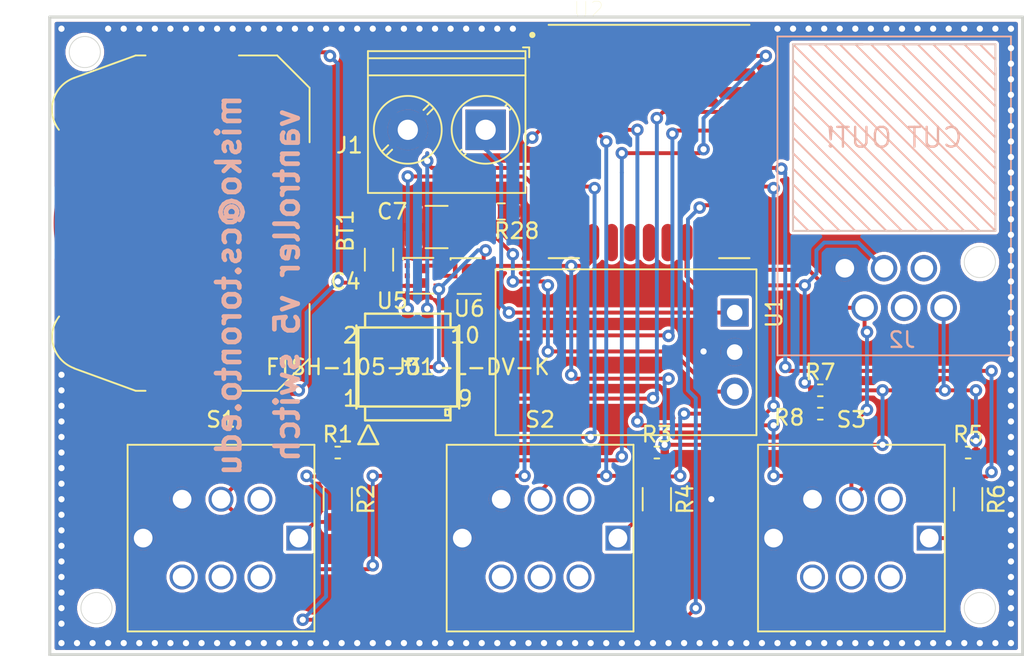
<source format=kicad_pcb>
(kicad_pcb (version 20171130) (host pcbnew "(5.1.9-0-10_14)")
  (layers (0 F.Cu signal) (31 B.Cu signal) (34 B.Paste user) (35 F.Paste user) (36 B.SilkS user) (37 F.SilkS user) (38 B.Mask user) (39 F.Mask user) (44 Edge.Cuts user))
  (net 0 "")
  (net 1 "Net-(BT1-Pad1)")
  (net 2 GND)
  (net 3 +12V)
  (net 4 +3V3)
  (net 5 "Net-(J2-Pad4)")
  (net 6 /SDA)
  (net 7 "Net-(J2-Pad5)")
  (net 8 /SCL)
  (net 9 /RESETN)
  (net 10 "Net-(J3-Pad4)")
  (net 11 "Net-(J3-Pad5)")
  (net 12 /SWO)
  (net 13 /SWDIO)
  (net 14 /SWCLK)
  (net 15 /PTI_FRAME)
  (net 16 /PTI_DATA)
  (net 17 /BUTTON1)
  (net 18 "Net-(R2-Pad2)")
  (net 19 /BUTTON1_LED)
  (net 20 /BUTTON2)
  (net 21 "Net-(R4-Pad2)")
  (net 22 /BUTTON2_LED)
  (net 23 /BUTTON3)
  (net 24 "Net-(R6-Pad2)")
  (net 25 /BUTTON3_LED)
  (net 26 "Net-(S1-Pad1)")
  (net 27 "Net-(S1-Pad4)")
  (net 28 "Net-(S1-Pad5)")
  (net 29 "Net-(S1-Pad6)")
  (net 30 "Net-(S2-Pad1)")
  (net 31 "Net-(S2-Pad4)")
  (net 32 "Net-(S2-Pad5)")
  (net 33 "Net-(S2-Pad6)")
  (net 34 "Net-(S3-Pad1)")
  (net 35 "Net-(S3-Pad4)")
  (net 36 "Net-(S3-Pad5)")
  (net 37 "Net-(S3-Pad6)")
  (net 38 "Net-(U2-Pad2)")
  (net 39 "Net-(U2-Pad3)")
  (net 40 "Net-(U2-Pad7)")
  (net 41 "Net-(U2-Pad11)")
  (net 42 "Net-(U2-Pad14)")
  (net 43 "Net-(U2-Pad15)")
  (net 44 "Net-(U2-Pad16)")
  (net 45 "Net-(U2-Pad17)")
  (net 46 "Net-(U2-Pad21)")
  (net 47 "Net-(U2-Pad25)")
  (net 48 "Net-(U2-Pad28)")
  (net 49 "Net-(U2-Pad29)")
  (net 50 "Net-(U5-Pad6)")
  (net 51 "Net-(U5-Pad2)")
  (net 52 "Net-(U5-Pad1)")
  (net 53 "Net-(U6-Pad3)")
  (net 54 "Net-(U6-Pad4)")
  (net 55 "Net-(U6-Pad5)")
  (net 56 OKI3.3)
  (module RF_Module:XCVR_BGM220PC22WGA2 (layer F.Cu) (at 58 107)
    (fp_text reference U2 (at -3.875 -8.485) (layer F.SilkS) (effects (font (thickness 0.015))))
    (fp_text value BGM220PC22WGA2)
    (pad 1 smd oval (at -5.65 -6.7) (size 2.4 0.8) (layers F.Cu F.Paste F.Mask) (net 2 GND))
    (pad 2 smd oval (at -5.65 -5.5) (size 2.4 0.8) (layers F.Cu F.Paste F.Mask) (net 38 "Net-(U2-Pad2)"))
    (pad 3 smd oval (at -5.65 -4.3) (size 2.4 0.8) (layers F.Cu F.Paste F.Mask) (net 39 "Net-(U2-Pad3)"))
    (pad 4 smd oval (at -5.65 -3.1) (size 2.4 0.8) (layers F.Cu F.Paste F.Mask) (net 23 /BUTTON3))
    (pad 5 smd oval (at -5.65 -1.9) (size 2.4 0.8) (layers F.Cu F.Paste F.Mask) (net 20 /BUTTON2))
    (pad 6 smd oval (at -5.65 -0.7) (size 2.4 0.8) (layers F.Cu F.Paste F.Mask) (net 17 /BUTTON1))
    (pad 7 smd oval (at -5.65 0.5) (size 2.4 0.8) (layers F.Cu F.Paste F.Mask) (net 40 "Net-(U2-Pad7)"))
    (pad 8 smd oval (at -5.65 1.7) (size 2.4 0.8) (layers F.Cu F.Paste F.Mask) (net 14 /SWCLK))
    (pad 9 smd oval (at -5.65 2.9) (size 2.4 0.8) (layers F.Cu F.Paste F.Mask) (net 13 /SWDIO))
    (pad 10 smd oval (at -5.65 4.1) (size 2.4 0.8) (layers F.Cu F.Paste F.Mask) (net 12 /SWO))
    (pad 11 smd oval (at -5.65 5.3) (size 2.4 0.8) (layers F.Cu F.Paste F.Mask) (net 41 "Net-(U2-Pad11)"))
    (pad 12 smd oval (at -5.65 6.5) (size 2.4 0.8) (layers F.Cu F.Paste F.Mask) (net 2 GND))
    (pad 13 smd oval (at -3.6 6.5) (size 0.8 2.4) (layers F.Cu F.Paste F.Mask) (net 4 +3V3))
    (pad 14 smd oval (at -2.4 6.5) (size 0.8 2.4) (layers F.Cu F.Paste F.Mask) (net 42 "Net-(U2-Pad14)"))
    (pad 15 smd oval (at -1.2 6.5) (size 0.8 2.4) (layers F.Cu F.Paste F.Mask) (net 43 "Net-(U2-Pad15)"))
    (pad 16 smd oval (at 0 6.5) (size 0.8 2.4) (layers F.Cu F.Paste F.Mask) (net 44 "Net-(U2-Pad16)"))
    (pad 17 smd oval (at 1.2 6.5) (size 0.8 2.4) (layers F.Cu F.Paste F.Mask) (net 45 "Net-(U2-Pad17)"))
    (pad 18 smd oval (at 2.4 6.5) (size 0.8 2.4) (layers F.Cu F.Paste F.Mask) (net 8 /SCL))
    (pad 19 smd oval (at 3.6 6.5) (size 0.8 2.4) (layers F.Cu F.Paste F.Mask) (net 6 /SDA))
    (pad 20 smd oval (at 5.65 6.4) (size 2.4 0.8) (layers F.Cu F.Paste F.Mask) (net 2 GND))
    (pad 21 smd oval (at 5.65 5.3) (size 2.4 0.8) (layers F.Cu F.Paste F.Mask) (net 46 "Net-(U2-Pad21)"))
    (pad 22 smd oval (at 5.65 4.1) (size 2.4 0.8) (layers F.Cu F.Paste F.Mask) (net 19 /BUTTON1_LED))
    (pad 23 smd oval (at 5.65 2.9) (size 2.4 0.8) (layers F.Cu F.Paste F.Mask) (net 22 /BUTTON2_LED))
    (pad 24 smd oval (at 5.65 1.7) (size 2.4 0.8) (layers F.Cu F.Paste F.Mask) (net 25 /BUTTON3_LED))
    (pad 25 smd oval (at 5.65 0.5) (size 2.4 0.8) (layers F.Cu F.Paste F.Mask) (net 47 "Net-(U2-Pad25)"))
    (pad 26 smd oval (at 5.65 -0.7) (size 2.4 0.8) (layers F.Cu F.Paste F.Mask) (net 16 /PTI_DATA))
    (pad 27 smd oval (at 5.65 -1.9) (size 2.4 0.8) (layers F.Cu F.Paste F.Mask) (net 15 /PTI_FRAME))
    (pad 28 smd oval (at 5.65 -3.1) (size 2.4 0.8) (layers F.Cu F.Paste F.Mask) (net 48 "Net-(U2-Pad28)"))
    (pad 29 smd oval (at 5.65 -4.3) (size 2.4 0.8) (layers F.Cu F.Paste F.Mask) (net 49 "Net-(U2-Pad29)"))
    (pad 30 smd oval (at 5.65 -5.5) (size 2.4 0.8) (layers F.Cu F.Paste F.Mask) (net 9 /RESETN))
    (pad 31 smd oval (at 5.65 -6.7) (size 2.4 0.8) (layers F.Cu F.Paste F.Mask) (net 2 GND))
  )
  (module Package_TO_SOT_SMD:Vishay_PowerPAK_SC70-6L_Dual (layer F.Cu) (at 46.45 115.65)
    (fp_text reference U6 (at 0 2.1) (layer F.SilkS))
    (fp_text value SI527DJ)
    (pad 6 smd rect (at 0 -0.4665) (size 0.95 0.613) (layers F.Cu F.Paste F.Mask) (net 4 +3V3))
    (pad 3 smd rect (at 0 0.4665) (size 0.95 0.613) (layers F.Cu F.Paste F.Mask) (net 53 "Net-(U6-Pad3)"))
    (pad 6 smd rect (at 0.925 -0.65) (size 0.325 0.3) (layers F.Cu F.Paste F.Mask) (net 4 +3V3))
    (pad 4 smd rect (at 0.925 0.65) (size 0.325 0.3) (layers F.Cu F.Paste F.Mask) (net 54 "Net-(U6-Pad4)"))
    (pad 5 smd rect (at 0.925 0) (size 0.325 0.3) (layers F.Cu F.Paste F.Mask) (net 55 "Net-(U6-Pad5)"))
    (pad 3 smd rect (at -0.925 0.65) (size 0.325 0.3) (layers F.Cu F.Paste F.Mask) (net 53 "Net-(U6-Pad3)"))
    (pad 2 smd rect (at -0.925 0) (size 0.325 0.3) (layers F.Cu F.Paste F.Mask) (net 56 OKI3.3))
    (pad 1 smd rect (at -0.925 -0.65) (size 0.325 0.3) (layers F.Cu F.Paste F.Mask) (net 56 OKI3.3))
  )
  (module Package_TO_SOT_SMD:Vishay_PowerPAK_SC70-6L_Dual (layer F.Cu) (at 43.395001 115.635001)
    (fp_text reference U5 (at -1.895001 1.614999) (layer F.SilkS))
    (fp_text value SI527DJ)
    (pad 6 smd rect (at 0 -0.4665) (size 0.95 0.613) (layers F.Cu F.Paste F.Mask) (net 50 "Net-(U5-Pad6)"))
    (pad 3 smd rect (at 0 0.4665) (size 0.95 0.613) (layers F.Cu F.Paste F.Mask) (net 1 "Net-(BT1-Pad1)"))
    (pad 6 smd rect (at 0.925 -0.65) (size 0.325 0.3) (layers F.Cu F.Paste F.Mask) (net 50 "Net-(U5-Pad6)"))
    (pad 4 smd rect (at 0.925 0.65) (size 0.325 0.3) (layers F.Cu F.Paste F.Mask) (net 4 +3V3))
    (pad 5 smd rect (at 0.925 0) (size 0.325 0.3) (layers F.Cu F.Paste F.Mask) (net 56 OKI3.3))
    (pad 3 smd rect (at -0.925 0.65) (size 0.325 0.3) (layers F.Cu F.Paste F.Mask) (net 1 "Net-(BT1-Pad1)"))
    (pad 2 smd rect (at -0.925 0) (size 0.325 0.3) (layers F.Cu F.Paste F.Mask) (net 51 "Net-(U5-Pad2)"))
    (pad 1 smd rect (at -0.925 -0.65) (size 0.325 0.3) (layers F.Cu F.Paste F.Mask) (net 52 "Net-(U5-Pad1)"))
  )
  (module Converter_DCDC:Converter_DCDC_muRata_OKI-78SR_Horizontal (layer F.Cu) (at 63.5 118 270)
    (fp_text reference U1 (at 0 -2.54 90) (layer F.SilkS))
    (fp_text value OKI-78SR-3.3_1.5-W36H-C)
    (pad 3 thru_hole circle (at 5.08 0 90) (size 1.8 1.8) (drill 1) (layers *.Cu *.Mask) (net 56 OKI3.3))
    (pad 2 thru_hole circle (at 2.54 0 90) (size 1.8 1.8) (drill 1) (layers *.Cu *.Mask) (net 2 GND))
    (pad 1 thru_hole rect (at 0 0 90) (size 1.8 1.8) (drill 1) (layers *.Cu *.Mask) (net 3 +12V))
  )
  (module 282836-2:LP4-eswitch (layer F.Cu) (at 71 132.5)
    (fp_text reference S3 (at 0 -7.62) (layer F.SilkS))
    (fp_text value LP4-eswitch-Switch)
    (pad 1 thru_hole circle (at 2.5 -2.5) (size 1.6 1.6) (drill 1.2) (layers *.Cu *.Mask) (net 34 "Net-(S3-Pad1)"))
    (pad 2 thru_hole circle (at 0 -2.5) (size 1.6 1.6) (drill 1.2) (layers *.Cu *.Mask) (net 23 /BUTTON3))
    (pad 3 thru_hole circle (at -2.5 -2.5) (size 1.6 1.6) (drill 1.2) (layers *.Cu *.Mask) (net 2 GND))
    (pad 4 thru_hole circle (at 2.5 2.5) (size 1.6 1.6) (drill 1.2) (layers *.Cu *.Mask) (net 35 "Net-(S3-Pad4)"))
    (pad 5 thru_hole circle (at 0 2.5) (size 1.6 1.6) (drill 1.2) (layers *.Cu *.Mask) (net 36 "Net-(S3-Pad5)"))
    (pad 6 thru_hole circle (at -2.5 2.5) (size 1.6 1.6) (drill 1.2) (layers *.Cu *.Mask) (net 37 "Net-(S3-Pad6)"))
    (pad L1 thru_hole rect (at 5 0) (size 1.6 1.6) (drill 1.2) (layers *.Cu *.Mask) (net 24 "Net-(R6-Pad2)"))
    (pad L2 thru_hole circle (at -5 0) (size 1.6 1.6) (drill 1.2) (layers *.Cu *.Mask) (net 2 GND))
  )
  (module 282836-2:LP4-eswitch (layer F.Cu) (at 51 132.5)
    (fp_text reference S2 (at 0 -7.62) (layer F.SilkS))
    (fp_text value LP4-eswitch-Switch)
    (pad 1 thru_hole circle (at 2.5 -2.5) (size 1.6 1.6) (drill 1.2) (layers *.Cu *.Mask) (net 30 "Net-(S2-Pad1)"))
    (pad 2 thru_hole circle (at 0 -2.5) (size 1.6 1.6) (drill 1.2) (layers *.Cu *.Mask) (net 20 /BUTTON2))
    (pad 3 thru_hole circle (at -2.5 -2.5) (size 1.6 1.6) (drill 1.2) (layers *.Cu *.Mask) (net 2 GND))
    (pad 4 thru_hole circle (at 2.5 2.5) (size 1.6 1.6) (drill 1.2) (layers *.Cu *.Mask) (net 31 "Net-(S2-Pad4)"))
    (pad 5 thru_hole circle (at 0 2.5) (size 1.6 1.6) (drill 1.2) (layers *.Cu *.Mask) (net 32 "Net-(S2-Pad5)"))
    (pad 6 thru_hole circle (at -2.5 2.5) (size 1.6 1.6) (drill 1.2) (layers *.Cu *.Mask) (net 33 "Net-(S2-Pad6)"))
    (pad L1 thru_hole rect (at 5 0) (size 1.6 1.6) (drill 1.2) (layers *.Cu *.Mask) (net 21 "Net-(R4-Pad2)"))
    (pad L2 thru_hole circle (at -5 0) (size 1.6 1.6) (drill 1.2) (layers *.Cu *.Mask) (net 2 GND))
  )
  (module 282836-2:LP4-eswitch (layer F.Cu) (at 30.5 132.5)
    (fp_text reference S1 (at 0 -7.62) (layer F.SilkS))
    (fp_text value LP4-eswitch-Switch)
    (pad 1 thru_hole circle (at 2.5 -2.5) (size 1.6 1.6) (drill 1.2) (layers *.Cu *.Mask) (net 26 "Net-(S1-Pad1)"))
    (pad 2 thru_hole circle (at 0 -2.5) (size 1.6 1.6) (drill 1.2) (layers *.Cu *.Mask) (net 17 /BUTTON1))
    (pad 3 thru_hole circle (at -2.5 -2.5) (size 1.6 1.6) (drill 1.2) (layers *.Cu *.Mask) (net 2 GND))
    (pad 4 thru_hole circle (at 2.5 2.5) (size 1.6 1.6) (drill 1.2) (layers *.Cu *.Mask) (net 27 "Net-(S1-Pad4)"))
    (pad 5 thru_hole circle (at 0 2.5) (size 1.6 1.6) (drill 1.2) (layers *.Cu *.Mask) (net 28 "Net-(S1-Pad5)"))
    (pad 6 thru_hole circle (at -2.5 2.5) (size 1.6 1.6) (drill 1.2) (layers *.Cu *.Mask) (net 29 "Net-(S1-Pad6)"))
    (pad L1 thru_hole rect (at 5 0) (size 1.6 1.6) (drill 1.2) (layers *.Cu *.Mask) (net 18 "Net-(R2-Pad2)"))
    (pad L2 thru_hole circle (at -5 0) (size 1.6 1.6) (drill 1.2) (layers *.Cu *.Mask) (net 2 GND))
  )
  (module Resistor_SMD:R_0603_1608Metric (layer F.Cu) (at 48.5 111.5 180)
    (fp_text reference R28 (at -1 -1.25 180) (layer F.SilkS))
    (fp_text value 470k)
    (pad 2 smd roundrect (at 0.825 0 180) (size 0.8 0.95) (layers F.Cu F.Paste F.Mask) (net 56 OKI3.3))
    (pad 1 smd roundrect (at -0.825 0 180) (size 0.8 0.95) (layers F.Cu F.Paste F.Mask) (net 2 GND))
  )
  (module Resistor_SMD:R_0402_1005Metric (layer F.Cu) (at 69 124.5)
    (fp_text reference R8 (at -2 0.25) (layer F.SilkS))
    (fp_text value 10kohm)
    (pad 2 smd roundrect (at 0.51 0) (size 0.54 0.64) (layers F.Cu F.Paste F.Mask) (net 4 +3V3))
    (pad 1 smd roundrect (at -0.51 0) (size 0.54 0.64) (layers F.Cu F.Paste F.Mask) (net 6 /SDA))
  )
  (module Resistor_SMD:R_0402_1005Metric (layer F.Cu) (at 69 123)
    (fp_text reference R7 (at 0 -1.17) (layer F.SilkS))
    (fp_text value 10kohm)
    (pad 2 smd roundrect (at 0.51 0) (size 0.54 0.64) (layers F.Cu F.Paste F.Mask) (net 4 +3V3))
    (pad 1 smd roundrect (at -0.51 0) (size 0.54 0.64) (layers F.Cu F.Paste F.Mask) (net 8 /SCL))
  )
  (module Resistor_SMD:R_1206_3216Metric (layer F.Cu) (at 78.5 130 270)
    (fp_text reference R6 (at 0 -1.82 270) (layer F.SilkS))
    (fp_text value 750ohm)
    (pad 2 smd roundrect (at 1.4625 0 270) (size 1.125 1.75) (layers F.Cu F.Paste F.Mask) (roundrect_rratio 0.2222213333333333) (net 24 "Net-(R6-Pad2)"))
    (pad 1 smd roundrect (at -1.4625 0 270) (size 1.125 1.75) (layers F.Cu F.Paste F.Mask) (roundrect_rratio 0.2222213333333333) (net 25 /BUTTON3_LED))
  )
  (module Resistor_SMD:R_0402_1005Metric (layer F.Cu) (at 78.5 127)
    (fp_text reference R5 (at 0 -1.17) (layer F.SilkS))
    (fp_text value 10kohm)
    (pad 2 smd roundrect (at 0.51 0) (size 0.54 0.64) (layers F.Cu F.Paste F.Mask) (net 4 +3V3))
    (pad 1 smd roundrect (at -0.51 0) (size 0.54 0.64) (layers F.Cu F.Paste F.Mask) (net 23 /BUTTON3))
  )
  (module Resistor_SMD:R_1206_3216Metric (layer F.Cu) (at 58.5 130 270)
    (fp_text reference R4 (at 0 -1.82 270) (layer F.SilkS))
    (fp_text value 750ohm)
    (pad 2 smd roundrect (at 1.4625 0 270) (size 1.125 1.75) (layers F.Cu F.Paste F.Mask) (roundrect_rratio 0.2222213333333333) (net 21 "Net-(R4-Pad2)"))
    (pad 1 smd roundrect (at -1.4625 0 270) (size 1.125 1.75) (layers F.Cu F.Paste F.Mask) (roundrect_rratio 0.2222213333333333) (net 22 /BUTTON2_LED))
  )
  (module Resistor_SMD:R_0402_1005Metric (layer F.Cu) (at 58.5 127)
    (fp_text reference R3 (at 0 -1.17) (layer F.SilkS))
    (fp_text value 10kohm)
    (pad 2 smd roundrect (at 0.51 0) (size 0.54 0.64) (layers F.Cu F.Paste F.Mask) (net 4 +3V3))
    (pad 1 smd roundrect (at -0.51 0) (size 0.54 0.64) (layers F.Cu F.Paste F.Mask) (net 20 /BUTTON2))
  )
  (module Resistor_SMD:R_1206_3216Metric (layer F.Cu) (at 38 130 270)
    (fp_text reference R2 (at 0 -1.82 270) (layer F.SilkS))
    (fp_text value 750ohm)
    (pad 2 smd roundrect (at 1.4625 0 270) (size 1.125 1.75) (layers F.Cu F.Paste F.Mask) (roundrect_rratio 0.2222213333333333) (net 18 "Net-(R2-Pad2)"))
    (pad 1 smd roundrect (at -1.4625 0 270) (size 1.125 1.75) (layers F.Cu F.Paste F.Mask) (roundrect_rratio 0.2222213333333333) (net 19 /BUTTON1_LED))
  )
  (module Resistor_SMD:R_0402_1005Metric (layer F.Cu) (at 38 127)
    (fp_text reference R1 (at 0 -1.17) (layer F.SilkS))
    (fp_text value 10kohm)
    (pad 2 smd roundrect (at 0.51 0) (size 0.54 0.64) (layers F.Cu F.Paste F.Mask) (net 4 +3V3))
    (pad 1 smd roundrect (at -0.51 0) (size 0.54 0.64) (layers F.Cu F.Paste F.Mask) (net 17 /BUTTON1))
  )
  (module Connector:FTSH-105-01-L-DV-K (layer F.Cu) (at 42.5 121.5)
    (fp_text reference J3 (at 0 0) (layer F.SilkS))
    (fp_text value FTSH-105-01-L-DV-K (at 0 0) (layer F.SilkS))
    (fp_text user * (at 0 0) (layer F.SilkS))
    (fp_text user 2 (at -3.683 -2.032) (layer F.SilkS))
    (fp_text user 1 (at -3.683 2.032) (layer F.SilkS))
    (fp_text user 10 (at 3.683 -2.032) (layer F.SilkS))
    (fp_text user 9 (at 3.683 2.032) (layer F.SilkS))
    (pad 1 smd rect (at -2.54 2.032) (size 0.762 2.794) (layers F.Cu F.Paste F.Mask) (net 4 +3V3))
    (pad 2 smd rect (at -2.54 -2.032) (size 0.762 2.794) (layers F.Cu F.Paste F.Mask) (net 2 GND))
    (pad 3 smd rect (at -1.27 2.032) (size 0.762 2.794) (layers F.Cu F.Paste F.Mask) (net 9 /RESETN))
    (pad 4 smd rect (at -1.27 -2.032) (size 0.762 2.794) (layers F.Cu F.Paste F.Mask) (net 10 "Net-(J3-Pad4)"))
    (pad 5 smd rect (at 0 2.032) (size 0.762 2.794) (layers F.Cu F.Paste F.Mask) (net 11 "Net-(J3-Pad5)"))
    (pad 6 smd rect (at 0 -2.032) (size 0.762 2.794) (layers F.Cu F.Paste F.Mask) (net 12 /SWO))
    (pad 7 smd rect (at 1.27 2.032) (size 0.762 2.794) (layers F.Cu F.Paste F.Mask) (net 13 /SWDIO))
    (pad 8 smd rect (at 1.27 -2.032) (size 0.762 2.794) (layers F.Cu F.Paste F.Mask) (net 14 /SWCLK))
    (pad 9 smd rect (at 2.54 2.032) (size 0.762 2.794) (layers F.Cu F.Paste F.Mask) (net 15 /PTI_FRAME))
    (pad 10 smd rect (at 2.54 -2.032) (size 0.762 2.794) (layers F.Cu F.Paste F.Mask) (net 16 /PTI_DATA))
  )
  (module Connector_RJ:216446-1 (layer B.Cu) (at 73.75 112.75)
    (fp_text reference J2 (at 0.5 7) (layer B.SilkS) (effects (justify mirror)))
    (fp_text value RJ12)
    (fp_text user "CUT OUT!" (at 0 -6) (layer B.SilkS) (effects (font (size 1.27 1.27)) (justify mirror)))
    (pad 6 thru_hole circle (at 3.175 4.94) (size 1.7 1.7) (drill 1.2) (layers *.Cu *.Mask) (net 4 +3V3))
    (pad 4 thru_hole circle (at 0.635 4.94) (size 1.7 1.7) (drill 1.2) (layers *.Cu *.Mask) (net 5 "Net-(J2-Pad4)"))
    (pad 2 thru_hole circle (at -1.905 4.94) (size 1.7 1.7) (drill 1.2) (layers *.Cu *.Mask) (net 6 /SDA))
    (pad 5 thru_hole circle (at 1.905 2.4) (size 1.7 1.7) (drill 1.2) (layers *.Cu *.Mask) (net 7 "Net-(J2-Pad5)"))
    (pad 3 thru_hole circle (at -0.655 2.4) (size 1.7 1.7) (drill 1.2) (layers *.Cu *.Mask) (net 8 /SCL))
    (pad 1 thru_hole circle (at -3.175 2.4) (size 1.7 1.7) (drill 1.2) (layers *.Cu *.Mask) (net 2 GND))
  )
  (module TerminalBlock_Phoenix:TerminalBlock_Phoenix_PT-1,5-2-5.0-H_1x02_P5.00mm_Horizontal (layer F.Cu) (at 47.5 106.25 180)
    (fp_text reference J1 (at 8.75 -1 180) (layer F.SilkS))
    (fp_text value Conn_01x02_Male)
    (pad 2 thru_hole circle (at 5 0 180) (size 2.6 2.6) (drill 1.3) (layers *.Cu *.Mask) (net 2 GND))
    (pad 1 thru_hole rect (at 0 0 180) (size 2.6 2.6) (drill 1.3) (layers *.Cu *.Mask) (net 3 +12V))
  )
  (module Capacitor_SMD:C_1210_3225Metric (layer F.Cu) (at 44.35 112.5 180)
    (fp_text reference C7 (at 2.85 1 180) (layer F.SilkS))
    (fp_text value 10uf)
    (pad 2 smd roundrect (at 1.475 0 180) (size 1.15 2.7) (layers F.Cu F.Paste F.Mask) (roundrect_rratio 0.2173904347826087) (net 2 GND))
    (pad 1 smd roundrect (at -1.475 0 180) (size 1.15 2.7) (layers F.Cu F.Paste F.Mask) (roundrect_rratio 0.2173904347826087) (net 56 OKI3.3))
  )
  (module Capacitor_SMD:C_1206_3216Metric (layer F.Cu) (at 40.65 114.6 90)
    (fp_text reference C4 (at -1.4 -2.15 180) (layer F.SilkS))
    (fp_text value 47uf)
    (pad 2 smd roundrect (at 1.475 0 90) (size 1.15 1.8) (layers F.Cu F.Paste F.Mask) (roundrect_rratio 0.2173904347826087) (net 2 GND))
    (pad 1 smd roundrect (at -1.475 0 90) (size 1.15 1.8) (layers F.Cu F.Paste F.Mask) (roundrect_rratio 0.2173904347826087) (net 1 "Net-(BT1-Pad1)"))
  )
  (module Battery:BatteryHolder_Keystone_3034_1x20mm (layer F.Cu) (at 28.65 112.25 270)
    (fp_text reference BT1 (at 0.5 -9.85 270) (layer F.SilkS))
    (fp_text value Battery_Cell)
    (pad 1 smd rect (at -10.985 0 270) (size 1.27 5.08) (layers F.Cu F.Paste F.Mask) (net 1 "Net-(BT1-Pad1)"))
    (pad 1 smd rect (at 10.985 0 270) (size 1.27 5.08) (layers F.Cu F.Paste F.Mask) (net 1 "Net-(BT1-Pad1)"))
    (pad 2 smd circle (at 0 0 270) (size 17.8 17.8) (layers F.Cu F.Mask) (net 2 GND))
  )
  (gr_circle (center 79.25 114.75) (end 80.25 114.75) (layer Edge.Cuts) (width 0.05))
  (gr_circle (center 21.75 101.25) (end 22.75 101.25) (layer Edge.Cuts) (width 0.05))
  (gr_circle (center 22.5 137) (end 23.5 137) (layer Edge.Cuts) (width 0.05))
  (gr_circle (center 79.25 137) (end 80.25 137) (layer Edge.Cuts) (width 0.05))
  (gr_line (start 80.25 100.75) (end 67.25 100.75) (angle 90) (layer Edge.Cuts) (width 0.05))
  (gr_line (start 80.25 112.75) (end 80.25 100.75) (angle 90) (layer Edge.Cuts) (width 0.05))
  (gr_line (start 67.25 112.75) (end 80.25 112.75) (angle 90) (layer Edge.Cuts) (width 0.05))
  (gr_line (start 67.25 100.75) (end 67.25 112.75) (angle 90) (layer Edge.Cuts) (width 0.05))
  (gr_text "misko@cs.toronto.edu\n" (at 31 116.25 90) (layer B.SilkS) (effects (font (size 1.5 1.5) (thickness 0.3)) (justify mirror)))
  (gr_text "vantroller v5 switch" (at 34.75 116.25 90) (layer B.SilkS) (effects (font (size 1.5 1.5) (thickness 0.3)) (justify mirror)))
  (gr_line (start 19.5 140) (end 19.5 99) (angle 90) (layer Edge.Cuts) (width 0.2))
  (gr_line (start 82 140) (end 19.5 140) (angle 90) (layer Edge.Cuts) (width 0.2))
  (gr_line (start 82 99) (end 82 140) (angle 90) (layer Edge.Cuts) (width 0.2))
  (gr_line (start 19.5 99) (end 82 99) (angle 90) (layer Edge.Cuts) (width 0.2))
  (segment (start 42.470001 116.285001) (end 43.211501 116.285001) (width 0.25) (layer F.Cu) (net 1))
  (segment (start 43.211501 116.285001) (end 43.395001 116.101501) (width 0.25) (layer F.Cu) (net 1))
  (segment (start 42.470001 116.285001) (end 40.860001 116.285001) (width 0.25) (layer F.Cu) (net 1))
  (segment (start 40.860001 116.285001) (end 40.65 116.075) (width 0.25) (layer F.Cu) (net 1))
  (segment (start 28.65 123.235) (end 35.265 123.235) (width 0.25) (layer F.Cu) (net 1))
  (segment (start 38.075 116.075) (end 40.65 116.075) (width 0.25) (layer F.Cu) (net 1))
  (segment (start 38 116) (end 38.075 116.075) (width 0.25) (layer F.Cu) (net 1))
  (via (at 38 116) (size 0.8) (drill 0.4) (layers F.Cu B.Cu) (net 1))
  (segment (start 36 118) (end 38 116) (width 0.25) (layer B.Cu) (net 1))
  (segment (start 36 122.5) (end 36 118) (width 0.25) (layer B.Cu) (net 1))
  (segment (start 35.5 123) (end 36 122.5) (width 0.25) (layer B.Cu) (net 1))
  (via (at 35.5 123) (size 0.8) (drill 0.4) (layers F.Cu B.Cu) (net 1))
  (segment (start 35.265 123.235) (end 35.5 123) (width 0.25) (layer F.Cu) (net 1))
  (segment (start 28.65 101.265) (end 37.265 101.265) (width 0.25) (layer F.Cu) (net 1))
  (segment (start 38 102) (end 38 116) (width 0.25) (layer B.Cu) (net 1))
  (segment (start 37.5 101.5) (end 38 102) (width 0.25) (layer B.Cu) (net 1))
  (via (at 37.5 101.5) (size 0.8) (drill 0.4) (layers F.Cu B.Cu) (net 1))
  (segment (start 37.265 101.265) (end 37.5 101.5) (width 0.25) (layer F.Cu) (net 1))
  (segment (start 49.325 111.5) (end 49.325 110) (width 0.25) (layer F.Cu) (net 2))
  (segment (start 42.875 112.5) (end 41.275 112.5) (width 0.25) (layer F.Cu) (net 2))
  (segment (start 41.275 112.5) (end 40.65 113.125) (width 0.25) (layer F.Cu) (net 2))
  (segment (start 28.65 112.25) (end 39.775 112.25) (width 0.25) (layer F.Cu) (net 2))
  (segment (start 39.775 112.25) (end 40.65 113.125) (width 0.25) (layer F.Cu) (net 2))
  (segment (start 25.5 132.5) (end 28 130) (width 0.25) (layer F.Cu) (net 2))
  (segment (start 46 132.5) (end 48.5 130) (width 0.25) (layer F.Cu) (net 2))
  (segment (start 66 132.5) (end 68.5 130) (width 0.25) (layer F.Cu) (net 2))
  (segment (start 63.5 120.54) (end 61.54 120.54) (width 0.25) (layer F.Cu) (net 2))
  (segment (start 62 130) (end 68.5 130) (width 0.25) (layer F.Cu) (net 2))
  (via (at 62 130) (size 0.8) (drill 0.4) (layers F.Cu B.Cu) (net 2))
  (segment (start 62 121) (end 62 130) (width 0.25) (layer B.Cu) (net 2))
  (segment (start 61.5 120.5) (end 62 121) (width 0.25) (layer B.Cu) (net 2))
  (via (at 61.5 120.5) (size 0.8) (drill 0.4) (layers F.Cu B.Cu) (net 2))
  (segment (start 61.54 120.54) (end 61.5 120.5) (width 0.25) (layer F.Cu) (net 2))
  (segment (start 42.875 112.5) (end 42.875 110.375) (width 0.25) (layer F.Cu) (net 2))
  (segment (start 43.25 110) (end 49.325 110) (width 0.25) (layer F.Cu) (net 2))
  (segment (start 42.875 110.375) (end 43.25 110) (width 0.25) (layer F.Cu) (net 2))
  (segment (start 52.35 113.5) (end 49.25 113.5) (width 0.25) (layer F.Cu) (net 2))
  (segment (start 49.325 113.425) (end 49.325 111.5) (width 0.25) (layer F.Cu) (net 2))
  (segment (start 49.25 113.5) (end 49.325 113.425) (width 0.25) (layer F.Cu) (net 2))
  (segment (start 52.35 100.3) (end 49.7 100.3) (width 0.25) (layer F.Cu) (net 2))
  (segment (start 46.25 102.5) (end 42.5 106.25) (width 0.25) (layer F.Cu) (net 2))
  (segment (start 47.5 102.5) (end 46.25 102.5) (width 0.25) (layer F.Cu) (net 2))
  (segment (start 47.5 102.5) (end 49.7 100.3) (width 0.25) (layer F.Cu) (net 2))
  (via (at 35.25 139.25) (size 0.8) (drill 0.4) (layers F.Cu B.Cu) (net 2))
  (via (at 34.25 139.25) (size 0.8) (drill 0.4) (layers F.Cu B.Cu) (net 2))
  (via (at 33.25 139.25) (size 0.8) (drill 0.4) (layers F.Cu B.Cu) (net 2))
  (via (at 32.25 139.25) (size 0.8) (drill 0.4) (layers F.Cu B.Cu) (net 2))
  (via (at 31.25 139.25) (size 0.8) (drill 0.4) (layers F.Cu B.Cu) (net 2))
  (via (at 30.25 139.25) (size 0.8) (drill 0.4) (layers F.Cu B.Cu) (net 2))
  (via (at 29.25 139.25) (size 0.8) (drill 0.4) (layers F.Cu B.Cu) (net 2))
  (via (at 28.25 139.25) (size 0.8) (drill 0.4) (layers F.Cu B.Cu) (net 2))
  (via (at 27.25 139.25) (size 0.8) (drill 0.4) (layers F.Cu B.Cu) (net 2))
  (via (at 26.25 139.25) (size 0.8) (drill 0.4) (layers F.Cu B.Cu) (net 2))
  (via (at 25.25 139.25) (size 0.8) (drill 0.4) (layers F.Cu B.Cu) (net 2))
  (via (at 24.25 139.25) (size 0.8) (drill 0.4) (layers F.Cu B.Cu) (net 2))
  (via (at 23.25 139.25) (size 0.8) (drill 0.4) (layers F.Cu B.Cu) (net 2))
  (via (at 22.25 139.25) (size 0.8) (drill 0.4) (layers F.Cu B.Cu) (net 2))
  (via (at 21.25 139.25) (size 0.8) (drill 0.4) (layers F.Cu B.Cu) (net 2))
  (via (at 20.25 139.25) (size 0.8) (drill 0.4) (layers F.Cu B.Cu) (net 2))
  (via (at 51.25 139.25) (size 0.8) (drill 0.4) (layers F.Cu B.Cu) (net 2))
  (via (at 50.25 139.25) (size 0.8) (drill 0.4) (layers F.Cu B.Cu) (net 2))
  (via (at 49.25 139.25) (size 0.8) (drill 0.4) (layers F.Cu B.Cu) (net 2))
  (via (at 48.25 139.25) (size 0.8) (drill 0.4) (layers F.Cu B.Cu) (net 2))
  (via (at 47.25 139.25) (size 0.8) (drill 0.4) (layers F.Cu B.Cu) (net 2))
  (via (at 46.25 139.25) (size 0.8) (drill 0.4) (layers F.Cu B.Cu) (net 2))
  (via (at 45.25 139.25) (size 0.8) (drill 0.4) (layers F.Cu B.Cu) (net 2))
  (via (at 44.25 139.25) (size 0.8) (drill 0.4) (layers F.Cu B.Cu) (net 2))
  (via (at 43.25 139.25) (size 0.8) (drill 0.4) (layers F.Cu B.Cu) (net 2))
  (via (at 42.25 139.25) (size 0.8) (drill 0.4) (layers F.Cu B.Cu) (net 2))
  (via (at 41.25 139.25) (size 0.8) (drill 0.4) (layers F.Cu B.Cu) (net 2))
  (via (at 40.25 139.25) (size 0.8) (drill 0.4) (layers F.Cu B.Cu) (net 2))
  (via (at 39.25 139.25) (size 0.8) (drill 0.4) (layers F.Cu B.Cu) (net 2))
  (via (at 38.25 139.25) (size 0.8) (drill 0.4) (layers F.Cu B.Cu) (net 2))
  (via (at 37.25 139.25) (size 0.8) (drill 0.4) (layers F.Cu B.Cu) (net 2))
  (via (at 36.25 139.25) (size 0.8) (drill 0.4) (layers F.Cu B.Cu) (net 2))
  (via (at 67.25 139.25) (size 0.8) (drill 0.4) (layers F.Cu B.Cu) (net 2))
  (via (at 66.25 139.25) (size 0.8) (drill 0.4) (layers F.Cu B.Cu) (net 2))
  (via (at 65.25 139.25) (size 0.8) (drill 0.4) (layers F.Cu B.Cu) (net 2))
  (via (at 64.25 139.25) (size 0.8) (drill 0.4) (layers F.Cu B.Cu) (net 2))
  (via (at 63.25 139.25) (size 0.8) (drill 0.4) (layers F.Cu B.Cu) (net 2))
  (via (at 62.25 139.25) (size 0.8) (drill 0.4) (layers F.Cu B.Cu) (net 2))
  (via (at 61.25 139.25) (size 0.8) (drill 0.4) (layers F.Cu B.Cu) (net 2))
  (via (at 60.25 139.25) (size 0.8) (drill 0.4) (layers F.Cu B.Cu) (net 2))
  (via (at 59.25 139.25) (size 0.8) (drill 0.4) (layers F.Cu B.Cu) (net 2))
  (via (at 58.25 139.25) (size 0.8) (drill 0.4) (layers F.Cu B.Cu) (net 2))
  (via (at 57.25 139.25) (size 0.8) (drill 0.4) (layers F.Cu B.Cu) (net 2))
  (via (at 56.25 139.25) (size 0.8) (drill 0.4) (layers F.Cu B.Cu) (net 2))
  (via (at 55.25 139.25) (size 0.8) (drill 0.4) (layers F.Cu B.Cu) (net 2))
  (via (at 54.25 139.25) (size 0.8) (drill 0.4) (layers F.Cu B.Cu) (net 2))
  (via (at 53.25 139.25) (size 0.8) (drill 0.4) (layers F.Cu B.Cu) (net 2))
  (via (at 52.25 139.25) (size 0.8) (drill 0.4) (layers F.Cu B.Cu) (net 2))
  (via (at 81.25 139.25) (size 0.8) (drill 0.4) (layers F.Cu B.Cu) (net 2))
  (via (at 80.25 139.25) (size 0.8) (drill 0.4) (layers F.Cu B.Cu) (net 2))
  (via (at 79.25 139.25) (size 0.8) (drill 0.4) (layers F.Cu B.Cu) (net 2))
  (via (at 78.25 139.25) (size 0.8) (drill 0.4) (layers F.Cu B.Cu) (net 2))
  (via (at 77.25 139.25) (size 0.8) (drill 0.4) (layers F.Cu B.Cu) (net 2))
  (via (at 76.25 139.25) (size 0.8) (drill 0.4) (layers F.Cu B.Cu) (net 2))
  (via (at 75.25 139.25) (size 0.8) (drill 0.4) (layers F.Cu B.Cu) (net 2))
  (via (at 74.25 139.25) (size 0.8) (drill 0.4) (layers F.Cu B.Cu) (net 2))
  (via (at 73.25 139.25) (size 0.8) (drill 0.4) (layers F.Cu B.Cu) (net 2))
  (via (at 72.25 139.25) (size 0.8) (drill 0.4) (layers F.Cu B.Cu) (net 2))
  (via (at 71.25 139.25) (size 0.8) (drill 0.4) (layers F.Cu B.Cu) (net 2))
  (via (at 70.25 139.25) (size 0.8) (drill 0.4) (layers F.Cu B.Cu) (net 2))
  (via (at 69.25 139.25) (size 0.8) (drill 0.4) (layers F.Cu B.Cu) (net 2))
  (via (at 68.25 139.25) (size 0.8) (drill 0.4) (layers F.Cu B.Cu) (net 2))
  (via (at 33.25 99.75) (size 0.8) (drill 0.4) (layers F.Cu B.Cu) (net 2))
  (via (at 32.25 99.75) (size 0.8) (drill 0.4) (layers F.Cu B.Cu) (net 2))
  (via (at 31.25 99.75) (size 0.8) (drill 0.4) (layers F.Cu B.Cu) (net 2))
  (via (at 30.25 99.75) (size 0.8) (drill 0.4) (layers F.Cu B.Cu) (net 2))
  (via (at 29.25 99.75) (size 0.8) (drill 0.4) (layers F.Cu B.Cu) (net 2))
  (via (at 28.25 99.75) (size 0.8) (drill 0.4) (layers F.Cu B.Cu) (net 2))
  (via (at 27.25 99.75) (size 0.8) (drill 0.4) (layers F.Cu B.Cu) (net 2))
  (via (at 26.25 99.75) (size 0.8) (drill 0.4) (layers F.Cu B.Cu) (net 2))
  (via (at 25.25 99.75) (size 0.8) (drill 0.4) (layers F.Cu B.Cu) (net 2))
  (via (at 24.25 99.75) (size 0.8) (drill 0.4) (layers F.Cu B.Cu) (net 2))
  (via (at 23.25 99.75) (size 0.8) (drill 0.4) (layers F.Cu B.Cu) (net 2))
  (via (at 20.25 99.75) (size 0.8) (drill 0.4) (layers F.Cu B.Cu) (net 2))
  (via (at 49.25 99.75) (size 0.8) (drill 0.4) (layers F.Cu B.Cu) (net 2))
  (via (at 48.25 99.75) (size 0.8) (drill 0.4) (layers F.Cu B.Cu) (net 2))
  (via (at 47.25 99.75) (size 0.8) (drill 0.4) (layers F.Cu B.Cu) (net 2))
  (via (at 46.25 99.75) (size 0.8) (drill 0.4) (layers F.Cu B.Cu) (net 2))
  (via (at 45.25 99.75) (size 0.8) (drill 0.4) (layers F.Cu B.Cu) (net 2))
  (via (at 44.25 99.75) (size 0.8) (drill 0.4) (layers F.Cu B.Cu) (net 2))
  (via (at 43.25 99.75) (size 0.8) (drill 0.4) (layers F.Cu B.Cu) (net 2))
  (via (at 42.25 99.75) (size 0.8) (drill 0.4) (layers F.Cu B.Cu) (net 2))
  (via (at 41.25 99.75) (size 0.8) (drill 0.4) (layers F.Cu B.Cu) (net 2))
  (via (at 40.25 99.75) (size 0.8) (drill 0.4) (layers F.Cu B.Cu) (net 2))
  (via (at 39.25 99.75) (size 0.8) (drill 0.4) (layers F.Cu B.Cu) (net 2))
  (via (at 38.25 99.75) (size 0.8) (drill 0.4) (layers F.Cu B.Cu) (net 2))
  (via (at 37.25 99.75) (size 0.8) (drill 0.4) (layers F.Cu B.Cu) (net 2))
  (via (at 36.25 99.75) (size 0.8) (drill 0.4) (layers F.Cu B.Cu) (net 2))
  (via (at 35.25 99.75) (size 0.8) (drill 0.4) (layers F.Cu B.Cu) (net 2))
  (via (at 34.25 99.75) (size 0.8) (drill 0.4) (layers F.Cu B.Cu) (net 2))
  (via (at 81.25 99.75) (size 0.8) (drill 0.4) (layers F.Cu B.Cu) (net 2))
  (via (at 80.25 99.75) (size 0.8) (drill 0.4) (layers F.Cu B.Cu) (net 2))
  (via (at 79.25 99.75) (size 0.8) (drill 0.4) (layers F.Cu B.Cu) (net 2))
  (via (at 78.25 99.75) (size 0.8) (drill 0.4) (layers F.Cu B.Cu) (net 2))
  (via (at 77.25 99.75) (size 0.8) (drill 0.4) (layers F.Cu B.Cu) (net 2))
  (via (at 76.25 99.75) (size 0.8) (drill 0.4) (layers F.Cu B.Cu) (net 2))
  (via (at 75.25 99.75) (size 0.8) (drill 0.4) (layers F.Cu B.Cu) (net 2))
  (via (at 74.25 99.75) (size 0.8) (drill 0.4) (layers F.Cu B.Cu) (net 2))
  (via (at 73.25 99.75) (size 0.8) (drill 0.4) (layers F.Cu B.Cu) (net 2))
  (via (at 72.25 99.75) (size 0.8) (drill 0.4) (layers F.Cu B.Cu) (net 2))
  (via (at 71.25 99.75) (size 0.8) (drill 0.4) (layers F.Cu B.Cu) (net 2))
  (via (at 70.25 99.75) (size 0.8) (drill 0.4) (layers F.Cu B.Cu) (net 2))
  (via (at 69.25 99.75) (size 0.8) (drill 0.4) (layers F.Cu B.Cu) (net 2))
  (via (at 68.25 99.75) (size 0.8) (drill 0.4) (layers F.Cu B.Cu) (net 2))
  (via (at 67.25 99.75) (size 0.8) (drill 0.4) (layers F.Cu B.Cu) (net 2))
  (via (at 66.25 99.75) (size 0.8) (drill 0.4) (layers F.Cu B.Cu) (net 2))
  (via (at 81.25 131) (size 0.8) (drill 0.4) (layers F.Cu B.Cu) (net 2))
  (via (at 81.25 132) (size 0.8) (drill 0.4) (layers F.Cu B.Cu) (net 2))
  (via (at 81.25 133) (size 0.8) (drill 0.4) (layers F.Cu B.Cu) (net 2))
  (via (at 81.25 134) (size 0.8) (drill 0.4) (layers F.Cu B.Cu) (net 2))
  (via (at 81.25 135) (size 0.8) (drill 0.4) (layers F.Cu B.Cu) (net 2))
  (via (at 81.25 136) (size 0.8) (drill 0.4) (layers F.Cu B.Cu) (net 2))
  (via (at 81.25 137) (size 0.8) (drill 0.4) (layers F.Cu B.Cu) (net 2))
  (via (at 81.25 138) (size 0.8) (drill 0.4) (layers F.Cu B.Cu) (net 2))
  (via (at 81.25 115) (size 0.8) (drill 0.4) (layers F.Cu B.Cu) (net 2))
  (via (at 81.25 116) (size 0.8) (drill 0.4) (layers F.Cu B.Cu) (net 2))
  (via (at 81.25 117) (size 0.8) (drill 0.4) (layers F.Cu B.Cu) (net 2))
  (via (at 81.25 118) (size 0.8) (drill 0.4) (layers F.Cu B.Cu) (net 2))
  (via (at 81.25 119) (size 0.8) (drill 0.4) (layers F.Cu B.Cu) (net 2))
  (via (at 81.25 120) (size 0.8) (drill 0.4) (layers F.Cu B.Cu) (net 2))
  (via (at 81.25 121) (size 0.8) (drill 0.4) (layers F.Cu B.Cu) (net 2))
  (via (at 81.25 122) (size 0.8) (drill 0.4) (layers F.Cu B.Cu) (net 2))
  (via (at 81.25 123) (size 0.8) (drill 0.4) (layers F.Cu B.Cu) (net 2))
  (via (at 81.25 124) (size 0.8) (drill 0.4) (layers F.Cu B.Cu) (net 2))
  (via (at 81.25 125) (size 0.8) (drill 0.4) (layers F.Cu B.Cu) (net 2))
  (via (at 81.25 126) (size 0.8) (drill 0.4) (layers F.Cu B.Cu) (net 2))
  (via (at 81.25 127) (size 0.8) (drill 0.4) (layers F.Cu B.Cu) (net 2))
  (via (at 81.25 128) (size 0.8) (drill 0.4) (layers F.Cu B.Cu) (net 2))
  (via (at 81.25 129) (size 0.8) (drill 0.4) (layers F.Cu B.Cu) (net 2))
  (via (at 81.25 130) (size 0.8) (drill 0.4) (layers F.Cu B.Cu) (net 2))
  (via (at 81.25 101) (size 0.8) (drill 0.4) (layers F.Cu B.Cu) (net 2))
  (via (at 81.25 102) (size 0.8) (drill 0.4) (layers F.Cu B.Cu) (net 2))
  (via (at 81.25 103) (size 0.8) (drill 0.4) (layers F.Cu B.Cu) (net 2))
  (via (at 81.25 104) (size 0.8) (drill 0.4) (layers F.Cu B.Cu) (net 2))
  (via (at 81.25 105) (size 0.8) (drill 0.4) (layers F.Cu B.Cu) (net 2))
  (via (at 81.25 106) (size 0.8) (drill 0.4) (layers F.Cu B.Cu) (net 2))
  (via (at 81.25 107) (size 0.8) (drill 0.4) (layers F.Cu B.Cu) (net 2))
  (via (at 81.25 108) (size 0.8) (drill 0.4) (layers F.Cu B.Cu) (net 2))
  (via (at 81.25 109) (size 0.8) (drill 0.4) (layers F.Cu B.Cu) (net 2))
  (via (at 81.25 110) (size 0.8) (drill 0.4) (layers F.Cu B.Cu) (net 2))
  (via (at 81.25 111) (size 0.8) (drill 0.4) (layers F.Cu B.Cu) (net 2))
  (via (at 81.25 112) (size 0.8) (drill 0.4) (layers F.Cu B.Cu) (net 2))
  (via (at 81.25 113) (size 0.8) (drill 0.4) (layers F.Cu B.Cu) (net 2))
  (via (at 81.25 114) (size 0.8) (drill 0.4) (layers F.Cu B.Cu) (net 2))
  (via (at 20.25 131) (size 0.8) (drill 0.4) (layers F.Cu B.Cu) (net 2))
  (via (at 20.25 132) (size 0.8) (drill 0.4) (layers F.Cu B.Cu) (net 2))
  (via (at 20.25 133) (size 0.8) (drill 0.4) (layers F.Cu B.Cu) (net 2))
  (via (at 20.25 134) (size 0.8) (drill 0.4) (layers F.Cu B.Cu) (net 2))
  (via (at 20.25 135) (size 0.8) (drill 0.4) (layers F.Cu B.Cu) (net 2))
  (via (at 20.25 136) (size 0.8) (drill 0.4) (layers F.Cu B.Cu) (net 2))
  (via (at 20.25 137) (size 0.8) (drill 0.4) (layers F.Cu B.Cu) (net 2))
  (via (at 20.25 138) (size 0.8) (drill 0.4) (layers F.Cu B.Cu) (net 2))
  (via (at 20.25 122) (size 0.8) (drill 0.4) (layers F.Cu B.Cu) (net 2))
  (via (at 20.25 123) (size 0.8) (drill 0.4) (layers F.Cu B.Cu) (net 2))
  (via (at 20.25 124) (size 0.8) (drill 0.4) (layers F.Cu B.Cu) (net 2))
  (via (at 20.25 125) (size 0.8) (drill 0.4) (layers F.Cu B.Cu) (net 2))
  (via (at 20.25 126) (size 0.8) (drill 0.4) (layers F.Cu B.Cu) (net 2))
  (via (at 20.25 127) (size 0.8) (drill 0.4) (layers F.Cu B.Cu) (net 2))
  (via (at 20.25 128) (size 0.8) (drill 0.4) (layers F.Cu B.Cu) (net 2))
  (via (at 20.25 129) (size 0.8) (drill 0.4) (layers F.Cu B.Cu) (net 2))
  (via (at 20.25 130) (size 0.8) (drill 0.4) (layers F.Cu B.Cu) (net 2))
  (segment (start 63.5 118) (end 49 118) (width 0.25) (layer F.Cu) (net 3))
  (segment (start 47.5 107.5) (end 48.5 108.5) (width 0.25) (layer B.Cu) (net 3))
  (segment (start 47.5 106.25) (end 47.5 107.5) (width 0.25) (layer B.Cu) (net 3))
  (via (at 49 118) (size 0.8) (drill 0.4) (layers F.Cu B.Cu) (net 3))
  (segment (start 49 118) (end 48.5 117.5) (width 0.25) (layer B.Cu) (net 3))
  (segment (start 48.5 117.5) (end 48.5 108.5) (width 0.25) (layer B.Cu) (net 3))
  (segment (start 44.320001 116.285001) (end 44.320001 116.320001) (width 0.25) (layer F.Cu) (net 4))
  (segment (start 47.375 114.125) (end 47.375 115) (width 0.25) (layer F.Cu) (net 4))
  (segment (start 47.5 114) (end 47.375 114.125) (width 0.25) (layer F.Cu) (net 4))
  (via (at 47.5 114) (size 0.8) (drill 0.4) (layers F.Cu B.Cu) (net 4))
  (segment (start 47 114) (end 47.5 114) (width 0.25) (layer B.Cu) (net 4))
  (segment (start 44.5 116.5) (end 47 114) (width 0.25) (layer B.Cu) (net 4))
  (via (at 44.5 116.5) (size 0.8) (drill 0.4) (layers F.Cu B.Cu) (net 4))
  (segment (start 44.320001 116.320001) (end 44.5 116.5) (width 0.25) (layer F.Cu) (net 4))
  (segment (start 47.375 115) (end 46.6335 115) (width 0.25) (layer F.Cu) (net 4))
  (segment (start 46.6335 115) (end 46.45 115.1835) (width 0.25) (layer F.Cu) (net 4))
  (segment (start 47.375 115) (end 53 115) (width 0.25) (layer F.Cu) (net 4))
  (segment (start 53 115) (end 54 115) (width 0.25) (layer F.Cu) (net 4))
  (segment (start 54.4 114.6) (end 54.4 113.5) (width 0.25) (layer F.Cu) (net 4))
  (segment (start 54 115) (end 54.4 114.6) (width 0.25) (layer F.Cu) (net 4))
  (segment (start 69.51 123) (end 73 123) (width 0.25) (layer F.Cu) (net 4))
  (segment (start 73 123) (end 77 123) (width 0.25) (layer F.Cu) (net 4))
  (segment (start 76.925 122.925) (end 76.925 117.69) (width 0.25) (layer B.Cu) (net 4))
  (segment (start 77 123) (end 76.925 122.925) (width 0.25) (layer B.Cu) (net 4))
  (via (at 77 123) (size 0.8) (drill 0.4) (layers F.Cu B.Cu) (net 4))
  (segment (start 77 123) (end 79 123) (width 0.25) (layer F.Cu) (net 4))
  (segment (start 79.01 126.26) (end 79.01 127) (width 0.25) (layer F.Cu) (net 4))
  (segment (start 79 126.25) (end 79.01 126.26) (width 0.25) (layer F.Cu) (net 4))
  (via (at 79 126.25) (size 0.8) (drill 0.4) (layers F.Cu B.Cu) (net 4))
  (segment (start 79 123) (end 79 126.25) (width 0.25) (layer B.Cu) (net 4))
  (via (at 79 123) (size 0.8) (drill 0.4) (layers F.Cu B.Cu) (net 4))
  (segment (start 69.51 123) (end 69.51 124.5) (width 0.25) (layer F.Cu) (net 4))
  (via (at 53 115) (size 0.8) (drill 0.4) (layers F.Cu B.Cu) (net 4))
  (segment (start 59.01 127) (end 59.01 126.51) (width 0.25) (layer F.Cu) (net 4))
  (segment (start 59 126.5) (end 59.01 126.51) (width 0.25) (layer F.Cu) (net 4))
  (via (at 59 126.5) (size 0.8) (drill 0.4) (layers F.Cu B.Cu) (net 4))
  (segment (start 59 122.5) (end 59 126.5) (width 0.25) (layer B.Cu) (net 4))
  (segment (start 59.25 122.25) (end 59 122.5) (width 0.25) (layer B.Cu) (net 4))
  (via (at 59.25 122.25) (size 0.8) (drill 0.4) (layers F.Cu B.Cu) (net 4))
  (segment (start 53.25 122.25) (end 59.25 122.25) (width 0.25) (layer F.Cu) (net 4))
  (segment (start 53 122) (end 53.25 122.25) (width 0.25) (layer F.Cu) (net 4))
  (via (at 53 122) (size 0.8) (drill 0.4) (layers F.Cu B.Cu) (net 4))
  (segment (start 53 122) (end 53 115) (width 0.25) (layer B.Cu) (net 4))
  (segment (start 59 126.5) (end 73 126.5) (width 0.25) (layer F.Cu) (net 4))
  (via (at 73 123) (size 0.8) (drill 0.4) (layers F.Cu B.Cu) (net 4))
  (segment (start 73 126.5) (end 73 123) (width 0.25) (layer B.Cu) (net 4))
  (via (at 73 126.5) (size 0.8) (drill 0.4) (layers F.Cu B.Cu) (net 4))
  (segment (start 38.51 127) (end 38.51 124.982) (width 0.25) (layer F.Cu) (net 4))
  (segment (start 38.51 124.982) (end 39.96 123.532) (width 0.25) (layer F.Cu) (net 4))
  (segment (start 44.5 116.5) (end 44.5 121.5) (width 0.25) (layer B.Cu) (net 4))
  (segment (start 39.96 121.71) (end 39.96 123.532) (width 0.25) (layer F.Cu) (net 4))
  (segment (start 39.75 121.5) (end 39.96 121.71) (width 0.25) (layer F.Cu) (net 4))
  (segment (start 44.5 121.5) (end 39.75 121.5) (width 0.25) (layer F.Cu) (net 4))
  (via (at 44.5 121.5) (size 0.8) (drill 0.4) (layers F.Cu B.Cu) (net 4))
  (segment (start 61.6 113.5) (end 61.6 115.1) (width 0.25) (layer F.Cu) (net 6))
  (segment (start 70.69 117.69) (end 71.845 117.69) (width 0.25) (layer F.Cu) (net 6))
  (segment (start 68.25 115.25) (end 70.69 117.69) (width 0.25) (layer F.Cu) (net 6))
  (segment (start 61.75 115.25) (end 68.25 115.25) (width 0.25) (layer F.Cu) (net 6))
  (segment (start 61.6 115.1) (end 61.75 115.25) (width 0.25) (layer F.Cu) (net 6))
  (segment (start 71.845 117.69) (end 71.845 119.095) (width 0.25) (layer F.Cu) (net 6))
  (segment (start 69.49 125.5) (end 68.49 124.5) (width 0.25) (layer F.Cu) (net 6))
  (segment (start 70.75 125.5) (end 69.49 125.5) (width 0.25) (layer F.Cu) (net 6))
  (segment (start 72 124.25) (end 70.75 125.5) (width 0.25) (layer F.Cu) (net 6))
  (via (at 72 124.25) (size 0.8) (drill 0.4) (layers F.Cu B.Cu) (net 6))
  (segment (start 72 119.25) (end 72 124.25) (width 0.25) (layer B.Cu) (net 6))
  (via (at 72 119.25) (size 0.8) (drill 0.4) (layers F.Cu B.Cu) (net 6))
  (segment (start 71.845 119.095) (end 72 119.25) (width 0.25) (layer F.Cu) (net 6))
  (segment (start 60.4 113.5) (end 60.4 115.65) (width 0.25) (layer F.Cu) (net 8))
  (segment (start 71.445 113.5) (end 73.095 115.15) (width 0.25) (layer B.Cu) (net 8))
  (segment (start 69.25 113.5) (end 71.445 113.5) (width 0.25) (layer B.Cu) (net 8))
  (segment (start 68.75 114) (end 69.25 113.5) (width 0.25) (layer B.Cu) (net 8))
  (segment (start 68.75 115.5) (end 68.75 114) (width 0.25) (layer B.Cu) (net 8))
  (segment (start 68 116.25) (end 68.75 115.5) (width 0.25) (layer B.Cu) (net 8))
  (via (at 68 116.25) (size 0.8) (drill 0.4) (layers F.Cu B.Cu) (net 8))
  (segment (start 61 116.25) (end 68 116.25) (width 0.25) (layer F.Cu) (net 8))
  (segment (start 60.4 115.65) (end 61 116.25) (width 0.25) (layer F.Cu) (net 8))
  (segment (start 68 116.25) (end 68 122.5) (width 0.25) (layer B.Cu) (net 8))
  (segment (start 68.49 122.99) (end 68.49 123) (width 0.25) (layer F.Cu) (net 8))
  (segment (start 68 122.5) (end 68.49 122.99) (width 0.25) (layer F.Cu) (net 8))
  (via (at 68 122.5) (size 0.8) (drill 0.4) (layers F.Cu B.Cu) (net 8))
  (segment (start 63.65 101.5) (end 65.5 101.5) (width 0.25) (layer F.Cu) (net 9))
  (segment (start 41.23 127.48) (end 41.23 123.532) (width 0.25) (layer F.Cu) (net 9))
  (segment (start 41.25 127.5) (end 41.23 127.48) (width 0.25) (layer F.Cu) (net 9))
  (segment (start 56 127.5) (end 41.25 127.5) (width 0.25) (layer F.Cu) (net 9))
  (segment (start 56.25 127.25) (end 56 127.5) (width 0.25) (layer F.Cu) (net 9))
  (via (at 56.25 127.25) (size 0.8) (drill 0.4) (layers F.Cu B.Cu) (net 9))
  (segment (start 56.25 109) (end 56.25 127.25) (width 0.25) (layer B.Cu) (net 9))
  (segment (start 56.25 107.75) (end 56.25 109) (width 0.25) (layer B.Cu) (net 9))
  (via (at 56.25 107.75) (size 0.8) (drill 0.4) (layers F.Cu B.Cu) (net 9))
  (segment (start 61.25 107.75) (end 56.25 107.75) (width 0.25) (layer F.Cu) (net 9))
  (segment (start 61.5 107.5) (end 61.25 107.75) (width 0.25) (layer F.Cu) (net 9))
  (via (at 61.5 107.5) (size 0.8) (drill 0.4) (layers F.Cu B.Cu) (net 9))
  (segment (start 61.5 105.5) (end 61.5 107.5) (width 0.25) (layer B.Cu) (net 9))
  (segment (start 65.5 101.5) (end 61.5 105.5) (width 0.25) (layer B.Cu) (net 9))
  (via (at 65.5 101.5) (size 0.8) (drill 0.4) (layers F.Cu B.Cu) (net 9))
  (segment (start 42.5 119.468) (end 42.5 117.75) (width 0.25) (layer F.Cu) (net 12))
  (segment (start 50.85 111.1) (end 52.35 111.1) (width 0.25) (layer F.Cu) (net 12))
  (segment (start 50.5 110.75) (end 50.85 111.1) (width 0.25) (layer F.Cu) (net 12))
  (segment (start 50.5 109.75) (end 50.5 110.75) (width 0.25) (layer F.Cu) (net 12))
  (segment (start 50 109.25) (end 50.5 109.75) (width 0.25) (layer F.Cu) (net 12))
  (segment (start 42.5 109.25) (end 50 109.25) (width 0.25) (layer F.Cu) (net 12))
  (via (at 42.5 109.25) (size 0.8) (drill 0.4) (layers F.Cu B.Cu) (net 12))
  (segment (start 42.5 109) (end 42.5 109.25) (width 0.25) (layer B.Cu) (net 12))
  (segment (start 42.5 117.75) (end 42.5 109) (width 0.25) (layer B.Cu) (net 12))
  (via (at 42.5 117.75) (size 0.8) (drill 0.4) (layers F.Cu B.Cu) (net 12))
  (segment (start 43.77 123.532) (end 43.77 125.98) (width 0.25) (layer F.Cu) (net 13))
  (segment (start 54.4 109.9) (end 52.35 109.9) (width 0.25) (layer F.Cu) (net 13))
  (segment (start 54.5 110) (end 54.4 109.9) (width 0.25) (layer F.Cu) (net 13))
  (via (at 54.5 110) (size 0.8) (drill 0.4) (layers F.Cu B.Cu) (net 13))
  (segment (start 54.5 125.75) (end 54.5 110) (width 0.25) (layer B.Cu) (net 13))
  (segment (start 54.25 126) (end 54.5 125.75) (width 0.25) (layer B.Cu) (net 13))
  (via (at 54.25 126) (size 0.8) (drill 0.4) (layers F.Cu B.Cu) (net 13))
  (segment (start 43.79 126) (end 54.25 126) (width 0.25) (layer F.Cu) (net 13))
  (segment (start 43.77 125.98) (end 43.79 126) (width 0.25) (layer F.Cu) (net 13))
  (segment (start 43.77 119.468) (end 43.77 117.77) (width 0.25) (layer F.Cu) (net 14))
  (segment (start 43.75 108.4) (end 43.75 107.75) (width 0.25) (layer F.Cu) (net 14))
  (segment (start 44.05 108.7) (end 43.75 108.4) (width 0.25) (layer F.Cu) (net 14))
  (segment (start 52.35 108.7) (end 44.05 108.7) (width 0.25) (layer F.Cu) (net 14))
  (via (at 43.75 108.25) (size 0.8) (drill 0.4) (layers F.Cu B.Cu) (net 14))
  (segment (start 43.75 117.75) (end 43.75 107.75) (width 0.25) (layer B.Cu) (net 14))
  (via (at 43.75 117.75) (size 0.8) (drill 0.4) (layers F.Cu B.Cu) (net 14))
  (segment (start 43.77 117.77) (end 43.75 117.75) (width 0.25) (layer F.Cu) (net 14))
  (segment (start 45.04 123.532) (end 58.218 123.532) (width 0.25) (layer F.Cu) (net 15))
  (segment (start 58.9 105.1) (end 63.65 105.1) (width 0.25) (layer F.Cu) (net 15))
  (segment (start 58.5 105.5) (end 58.9 105.1) (width 0.25) (layer F.Cu) (net 15))
  (via (at 58.5 105.5) (size 0.8) (drill 0.4) (layers F.Cu B.Cu) (net 15))
  (segment (start 58.5 123.25) (end 58.5 105.5) (width 0.25) (layer B.Cu) (net 15))
  (segment (start 58.25 123.5) (end 58.5 123.25) (width 0.25) (layer B.Cu) (net 15))
  (via (at 58.25 123.5) (size 0.8) (drill 0.4) (layers F.Cu B.Cu) (net 15))
  (segment (start 58.218 123.532) (end 58.25 123.5) (width 0.25) (layer F.Cu) (net 15))
  (segment (start 45.04 119.468) (end 59.218 119.468) (width 0.25) (layer F.Cu) (net 16))
  (segment (start 59.7 106.3) (end 63.65 106.3) (width 0.25) (layer F.Cu) (net 16))
  (segment (start 59.5 106.5) (end 59.7 106.3) (width 0.25) (layer F.Cu) (net 16))
  (via (at 59.5 106.5) (size 0.8) (drill 0.4) (layers F.Cu B.Cu) (net 16))
  (segment (start 59.5 119.25) (end 59.5 106.5) (width 0.25) (layer B.Cu) (net 16))
  (segment (start 59.25 119.5) (end 59.5 119.25) (width 0.25) (layer B.Cu) (net 16))
  (via (at 59.25 119.5) (size 0.8) (drill 0.4) (layers F.Cu B.Cu) (net 16))
  (segment (start 59.218 119.468) (end 59.25 119.5) (width 0.25) (layer F.Cu) (net 16))
  (segment (start 37.49 127) (end 33.5 127) (width 0.25) (layer F.Cu) (net 17))
  (segment (start 33.5 127) (end 30.5 130) (width 0.25) (layer F.Cu) (net 17))
  (segment (start 52.35 106.3) (end 50.95 106.3) (width 0.25) (layer F.Cu) (net 17))
  (segment (start 35 134.5) (end 30.5 130) (width 0.25) (layer F.Cu) (net 17))
  (segment (start 40 134.5) (end 35 134.5) (width 0.25) (layer F.Cu) (net 17))
  (segment (start 40.25 134.25) (end 40 134.5) (width 0.25) (layer F.Cu) (net 17))
  (via (at 40.25 134.25) (size 0.8) (drill 0.4) (layers F.Cu B.Cu) (net 17))
  (segment (start 40.25 128.5) (end 40.25 134.25) (width 0.25) (layer B.Cu) (net 17))
  (via (at 40.25 128.5) (size 0.8) (drill 0.4) (layers F.Cu B.Cu) (net 17))
  (segment (start 50 128.5) (end 40.25 128.5) (width 0.25) (layer F.Cu) (net 17))
  (via (at 50 128.5) (size 0.8) (drill 0.4) (layers F.Cu B.Cu) (net 17))
  (segment (start 50 107.25) (end 50 128.5) (width 0.25) (layer B.Cu) (net 17))
  (segment (start 50.5 106.75) (end 50 107.25) (width 0.25) (layer B.Cu) (net 17))
  (via (at 50.5 106.75) (size 0.8) (drill 0.4) (layers F.Cu B.Cu) (net 17))
  (segment (start 50.95 106.3) (end 50.5 106.75) (width 0.25) (layer F.Cu) (net 17))
  (segment (start 38 131.4625) (end 36.5375 131.4625) (width 0.25) (layer F.Cu) (net 18))
  (segment (start 36.5375 131.4625) (end 35.5 132.5) (width 0.25) (layer F.Cu) (net 18))
  (segment (start 63.65 111.1) (end 61.4 111.1) (width 0.25) (layer F.Cu) (net 19))
  (segment (start 36.0375 128.5375) (end 38 128.5375) (width 0.25) (layer F.Cu) (net 19))
  (segment (start 36 128.5) (end 36.0375 128.5375) (width 0.25) (layer F.Cu) (net 19))
  (via (at 36 128.5) (size 0.8) (drill 0.4) (layers F.Cu B.Cu) (net 19))
  (segment (start 37.25 129.75) (end 36 128.5) (width 0.25) (layer B.Cu) (net 19))
  (segment (start 37.25 136.25) (end 37.25 129.75) (width 0.25) (layer B.Cu) (net 19))
  (segment (start 35.75 137.75) (end 37.25 136.25) (width 0.25) (layer B.Cu) (net 19))
  (via (at 35.75 137.75) (size 0.8) (drill 0.4) (layers F.Cu B.Cu) (net 19))
  (segment (start 60.25 137.75) (end 35.75 137.75) (width 0.25) (layer F.Cu) (net 19))
  (segment (start 61 137) (end 60.25 137.75) (width 0.25) (layer F.Cu) (net 19))
  (via (at 61 137) (size 0.8) (drill 0.4) (layers F.Cu B.Cu) (net 19))
  (segment (start 61 123.5) (end 61 137) (width 0.25) (layer B.Cu) (net 19))
  (segment (start 60.5 123) (end 61 123.5) (width 0.25) (layer B.Cu) (net 19))
  (segment (start 60.5 112) (end 60.5 123) (width 0.25) (layer B.Cu) (net 19))
  (segment (start 61.25 111.25) (end 60.5 112) (width 0.25) (layer B.Cu) (net 19))
  (via (at 61.25 111.25) (size 0.8) (drill 0.4) (layers F.Cu B.Cu) (net 19))
  (segment (start 61.4 111.1) (end 61.25 111.25) (width 0.25) (layer F.Cu) (net 19))
  (segment (start 52.35 105.1) (end 53.35 105.1) (width 0.25) (layer F.Cu) (net 20))
  (segment (start 51 129.5) (end 51 130) (width 0.25) (layer F.Cu) (net 20))
  (segment (start 52 128.5) (end 51 129.5) (width 0.25) (layer F.Cu) (net 20))
  (segment (start 55.25 128.5) (end 52 128.5) (width 0.25) (layer F.Cu) (net 20))
  (via (at 55.25 128.5) (size 0.8) (drill 0.4) (layers F.Cu B.Cu) (net 20))
  (segment (start 55.25 128.25) (end 55.25 128.5) (width 0.25) (layer B.Cu) (net 20))
  (segment (start 55.25 107) (end 55.25 128.25) (width 0.25) (layer B.Cu) (net 20))
  (via (at 55.25 107) (size 0.8) (drill 0.4) (layers F.Cu B.Cu) (net 20))
  (segment (start 53.35 105.1) (end 55.25 107) (width 0.25) (layer F.Cu) (net 20))
  (segment (start 55.25 128.5) (end 56.5 128.5) (width 0.25) (layer F.Cu) (net 20))
  (segment (start 57.99 127.01) (end 57.99 127) (width 0.25) (layer F.Cu) (net 20))
  (segment (start 56.5 128.5) (end 57.99 127.01) (width 0.25) (layer F.Cu) (net 20))
  (segment (start 58.5 131.4625) (end 57.0375 131.4625) (width 0.25) (layer F.Cu) (net 21))
  (segment (start 57.0375 131.4625) (end 56 132.5) (width 0.25) (layer F.Cu) (net 21))
  (segment (start 63.65 109.9) (end 65.9 109.9) (width 0.25) (layer F.Cu) (net 22))
  (segment (start 59.9625 128.5375) (end 58.5 128.5375) (width 0.25) (layer F.Cu) (net 22))
  (segment (start 60 128.5) (end 59.9625 128.5375) (width 0.25) (layer F.Cu) (net 22))
  (via (at 60 128.5) (size 0.8) (drill 0.4) (layers F.Cu B.Cu) (net 22))
  (segment (start 60 124.75) (end 60 128.5) (width 0.25) (layer B.Cu) (net 22))
  (segment (start 60.25 124.5) (end 60 124.75) (width 0.25) (layer B.Cu) (net 22))
  (via (at 60.25 124.5) (size 0.8) (drill 0.4) (layers F.Cu B.Cu) (net 22))
  (segment (start 65.5 124.5) (end 60.25 124.5) (width 0.25) (layer F.Cu) (net 22))
  (segment (start 66 124) (end 65.5 124.5) (width 0.25) (layer F.Cu) (net 22))
  (via (at 66 124) (size 0.8) (drill 0.4) (layers F.Cu B.Cu) (net 22))
  (segment (start 66 110) (end 66 124) (width 0.25) (layer B.Cu) (net 22))
  (via (at 66 110) (size 0.8) (drill 0.4) (layers F.Cu B.Cu) (net 22))
  (segment (start 65.9 109.9) (end 66 110) (width 0.25) (layer F.Cu) (net 22))
  (segment (start 77.99 127) (end 74 127) (width 0.25) (layer F.Cu) (net 23))
  (segment (start 74 127) (end 71 130) (width 0.25) (layer F.Cu) (net 23))
  (segment (start 52.35 103.9) (end 53.65 103.9) (width 0.25) (layer F.Cu) (net 23))
  (segment (start 71 128.5) (end 71 130) (width 0.25) (layer F.Cu) (net 23))
  (segment (start 66 128.5) (end 71 128.5) (width 0.25) (layer F.Cu) (net 23))
  (via (at 66 128.5) (size 0.8) (drill 0.4) (layers F.Cu B.Cu) (net 23))
  (segment (start 66 125.25) (end 66 128.5) (width 0.25) (layer B.Cu) (net 23))
  (via (at 66 125.25) (size 0.8) (drill 0.4) (layers F.Cu B.Cu) (net 23))
  (segment (start 57.5 125.25) (end 66 125.25) (width 0.25) (layer F.Cu) (net 23))
  (segment (start 57.25 125) (end 57.5 125.25) (width 0.25) (layer F.Cu) (net 23))
  (via (at 57.25 125) (size 0.8) (drill 0.4) (layers F.Cu B.Cu) (net 23))
  (segment (start 57.25 106.25) (end 57.25 125) (width 0.25) (layer B.Cu) (net 23))
  (via (at 57.25 106.25) (size 0.8) (drill 0.4) (layers F.Cu B.Cu) (net 23))
  (segment (start 55.5 106.25) (end 57.25 106.25) (width 0.25) (layer F.Cu) (net 23))
  (segment (start 54 104.75) (end 55.5 106.25) (width 0.25) (layer F.Cu) (net 23))
  (segment (start 54 104.25) (end 54 104.75) (width 0.25) (layer F.Cu) (net 23))
  (segment (start 53.65 103.9) (end 54 104.25) (width 0.25) (layer F.Cu) (net 23))
  (segment (start 76 132.5) (end 77.4625 132.5) (width 0.25) (layer F.Cu) (net 24))
  (segment (start 77.4625 132.5) (end 78.5 131.4625) (width 0.25) (layer F.Cu) (net 24))
  (segment (start 63.65 108.7) (end 66.45 108.7) (width 0.25) (layer F.Cu) (net 25))
  (segment (start 79.7125 128.5375) (end 78.5 128.5375) (width 0.25) (layer F.Cu) (net 25))
  (segment (start 80 128.25) (end 79.7125 128.5375) (width 0.25) (layer F.Cu) (net 25))
  (via (at 80 128.25) (size 0.8) (drill 0.4) (layers F.Cu B.Cu) (net 25))
  (segment (start 80 121.75) (end 80 128.25) (width 0.25) (layer B.Cu) (net 25))
  (via (at 80 121.75) (size 0.8) (drill 0.4) (layers F.Cu B.Cu) (net 25))
  (segment (start 67 121.75) (end 80 121.75) (width 0.25) (layer F.Cu) (net 25))
  (segment (start 66.75 121.5) (end 67 121.75) (width 0.25) (layer F.Cu) (net 25))
  (via (at 66.75 121.5) (size 0.8) (drill 0.4) (layers F.Cu B.Cu) (net 25))
  (segment (start 66.75 109) (end 66.75 121.5) (width 0.25) (layer B.Cu) (net 25))
  (segment (start 66.5 108.75) (end 66.75 109) (width 0.25) (layer B.Cu) (net 25))
  (via (at 66.5 108.75) (size 0.8) (drill 0.4) (layers F.Cu B.Cu) (net 25))
  (segment (start 66.45 108.7) (end 66.5 108.75) (width 0.25) (layer F.Cu) (net 25))
  (segment (start 43.395001 115.168501) (end 43.581499 115.168501) (width 0.25) (layer F.Cu) (net 50))
  (segment (start 43.581499 115.168501) (end 43.764999 114.985001) (width 0.25) (layer F.Cu) (net 50))
  (segment (start 43.764999 114.985001) (end 44.320001 114.985001) (width 0.25) (layer F.Cu) (net 50))
  (segment (start 45.525 116.3) (end 46.2665 116.3) (width 0.25) (layer F.Cu) (net 53))
  (segment (start 46.2665 116.3) (end 46.45 116.1165) (width 0.25) (layer F.Cu) (net 53))
  (segment (start 44.320001 115.635001) (end 45.510001 115.635001) (width 0.25) (layer F.Cu) (net 56))
  (segment (start 45.510001 115.635001) (end 45.525 115.65) (width 0.25) (layer F.Cu) (net 56))
  (segment (start 45.525 115.65) (end 45.525 115) (width 0.25) (layer F.Cu) (net 56))
  (segment (start 45.525 115) (end 45.525 112.8) (width 0.25) (layer F.Cu) (net 56))
  (segment (start 45.525 112.8) (end 45.825 112.5) (width 0.25) (layer F.Cu) (net 56))
  (segment (start 45.825 112.5) (end 46.675 112.5) (width 0.25) (layer F.Cu) (net 56))
  (segment (start 46.675 112.5) (end 47.675 111.5) (width 0.25) (layer F.Cu) (net 56))
  (segment (start 63.5 123.08) (end 62.08 123.08) (width 0.25) (layer F.Cu) (net 56))
  (segment (start 46.575 113.25) (end 45.825 112.5) (width 0.25) (layer F.Cu) (net 56))
  (segment (start 48.25 113.25) (end 46.575 113.25) (width 0.25) (layer F.Cu) (net 56))
  (segment (start 49.25 114.25) (end 48.25 113.25) (width 0.25) (layer F.Cu) (net 56))
  (via (at 49.25 114.25) (size 0.8) (drill 0.4) (layers F.Cu B.Cu) (net 56))
  (segment (start 49.25 116) (end 49.25 114.25) (width 0.25) (layer B.Cu) (net 56))
  (via (at 49.25 116) (size 0.8) (drill 0.4) (layers F.Cu B.Cu) (net 56))
  (segment (start 51.25 116) (end 49.25 116) (width 0.25) (layer F.Cu) (net 56))
  (segment (start 51.5 116.25) (end 51.25 116) (width 0.25) (layer F.Cu) (net 56))
  (via (at 51.5 116.25) (size 0.8) (drill 0.4) (layers F.Cu B.Cu) (net 56))
  (segment (start 51.5 120.5) (end 51.5 116.25) (width 0.25) (layer B.Cu) (net 56))
  (via (at 51.5 120.5) (size 0.8) (drill 0.4) (layers F.Cu B.Cu) (net 56))
  (segment (start 59.5 120.5) (end 51.5 120.5) (width 0.25) (layer F.Cu) (net 56))
  (segment (start 62.08 123.08) (end 59.5 120.5) (width 0.25) (layer F.Cu) (net 56))
  (zone (net 2) (net_name GND) (layer F.Cu) (connect_pads (clearance 0.21)) (min_thickness 0.25) (fill yes (arc_segments 32) (thermal_gap 0) (thermal_bridge_width 0.508))
    (polygon (pts (xy 82 140) (xy 19.5 140) (xy 19.5 99) (xy 82 99)))
  )
  (zone (net 2) (net_name GND) (layer B.Cu) (connect_pads (clearance 0.21)) (min_thickness 0.25) (fill yes (arc_segments 32) (thermal_gap 0) (thermal_bridge_width 0.508))
    (polygon (pts (xy 82 140) (xy 19.5 140) (xy 19.5 99) (xy 82 99)))
  )
)
</source>
